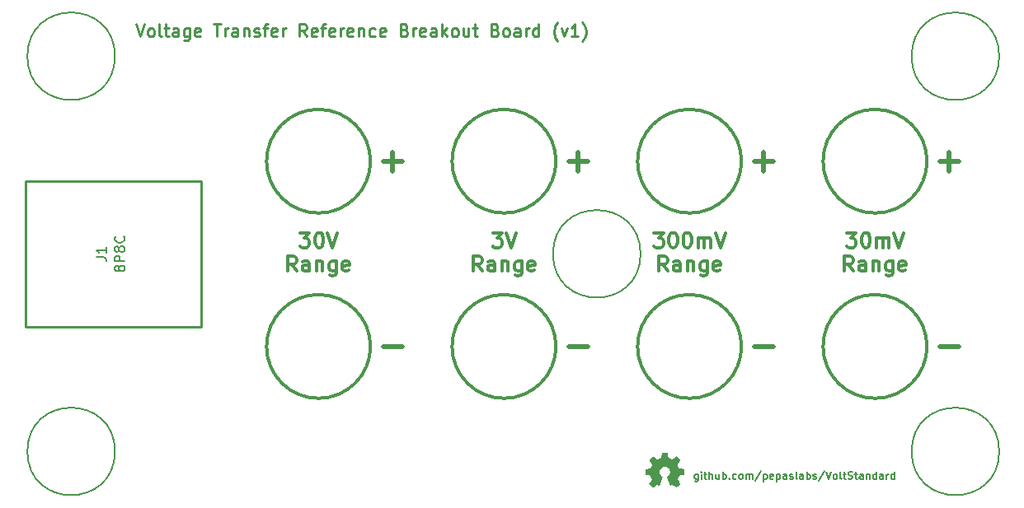
<source format=gto>
G04 (created by PCBNEW (2013-07-07 BZR 4022)-stable) date 6/30/2014 7:42:03 PM*
%MOIN*%
G04 Gerber Fmt 3.4, Leading zero omitted, Abs format*
%FSLAX34Y34*%
G01*
G70*
G90*
G04 APERTURE LIST*
%ADD10C,0.00590551*%
%ADD11C,0.01*%
%ADD12C,0.006*%
%ADD13C,0.02*%
%ADD14C,0.012*%
%ADD15C,0.0001*%
%ADD16C,0.008*%
G04 APERTURE END LIST*
G54D10*
G54D11*
X54869Y-42452D02*
X55035Y-42952D01*
X55202Y-42452D01*
X55440Y-42952D02*
X55392Y-42928D01*
X55369Y-42904D01*
X55345Y-42857D01*
X55345Y-42714D01*
X55369Y-42666D01*
X55392Y-42642D01*
X55440Y-42619D01*
X55511Y-42619D01*
X55559Y-42642D01*
X55583Y-42666D01*
X55607Y-42714D01*
X55607Y-42857D01*
X55583Y-42904D01*
X55559Y-42928D01*
X55511Y-42952D01*
X55440Y-42952D01*
X55892Y-42952D02*
X55845Y-42928D01*
X55821Y-42880D01*
X55821Y-42452D01*
X56011Y-42619D02*
X56202Y-42619D01*
X56083Y-42452D02*
X56083Y-42880D01*
X56107Y-42928D01*
X56154Y-42952D01*
X56202Y-42952D01*
X56583Y-42952D02*
X56583Y-42690D01*
X56559Y-42642D01*
X56511Y-42619D01*
X56416Y-42619D01*
X56369Y-42642D01*
X56583Y-42928D02*
X56535Y-42952D01*
X56416Y-42952D01*
X56369Y-42928D01*
X56345Y-42880D01*
X56345Y-42833D01*
X56369Y-42785D01*
X56416Y-42761D01*
X56535Y-42761D01*
X56583Y-42738D01*
X57035Y-42619D02*
X57035Y-43023D01*
X57011Y-43071D01*
X56988Y-43095D01*
X56940Y-43119D01*
X56869Y-43119D01*
X56821Y-43095D01*
X57035Y-42928D02*
X56988Y-42952D01*
X56892Y-42952D01*
X56845Y-42928D01*
X56821Y-42904D01*
X56797Y-42857D01*
X56797Y-42714D01*
X56821Y-42666D01*
X56845Y-42642D01*
X56892Y-42619D01*
X56988Y-42619D01*
X57035Y-42642D01*
X57464Y-42928D02*
X57416Y-42952D01*
X57321Y-42952D01*
X57273Y-42928D01*
X57250Y-42880D01*
X57250Y-42690D01*
X57273Y-42642D01*
X57321Y-42619D01*
X57416Y-42619D01*
X57464Y-42642D01*
X57488Y-42690D01*
X57488Y-42738D01*
X57250Y-42785D01*
X58011Y-42452D02*
X58297Y-42452D01*
X58154Y-42952D02*
X58154Y-42452D01*
X58464Y-42952D02*
X58464Y-42619D01*
X58464Y-42714D02*
X58488Y-42666D01*
X58511Y-42642D01*
X58559Y-42619D01*
X58607Y-42619D01*
X58988Y-42952D02*
X58988Y-42690D01*
X58964Y-42642D01*
X58916Y-42619D01*
X58821Y-42619D01*
X58773Y-42642D01*
X58988Y-42928D02*
X58940Y-42952D01*
X58821Y-42952D01*
X58773Y-42928D01*
X58750Y-42880D01*
X58750Y-42833D01*
X58773Y-42785D01*
X58821Y-42761D01*
X58940Y-42761D01*
X58988Y-42738D01*
X59226Y-42619D02*
X59226Y-42952D01*
X59226Y-42666D02*
X59250Y-42642D01*
X59297Y-42619D01*
X59369Y-42619D01*
X59416Y-42642D01*
X59440Y-42690D01*
X59440Y-42952D01*
X59654Y-42928D02*
X59702Y-42952D01*
X59797Y-42952D01*
X59845Y-42928D01*
X59869Y-42880D01*
X59869Y-42857D01*
X59845Y-42809D01*
X59797Y-42785D01*
X59726Y-42785D01*
X59678Y-42761D01*
X59654Y-42714D01*
X59654Y-42690D01*
X59678Y-42642D01*
X59726Y-42619D01*
X59797Y-42619D01*
X59845Y-42642D01*
X60011Y-42619D02*
X60202Y-42619D01*
X60083Y-42952D02*
X60083Y-42523D01*
X60107Y-42476D01*
X60154Y-42452D01*
X60202Y-42452D01*
X60559Y-42928D02*
X60511Y-42952D01*
X60416Y-42952D01*
X60369Y-42928D01*
X60345Y-42880D01*
X60345Y-42690D01*
X60369Y-42642D01*
X60416Y-42619D01*
X60511Y-42619D01*
X60559Y-42642D01*
X60583Y-42690D01*
X60583Y-42738D01*
X60345Y-42785D01*
X60797Y-42952D02*
X60797Y-42619D01*
X60797Y-42714D02*
X60821Y-42666D01*
X60845Y-42642D01*
X60892Y-42619D01*
X60940Y-42619D01*
X61773Y-42952D02*
X61607Y-42714D01*
X61488Y-42952D02*
X61488Y-42452D01*
X61678Y-42452D01*
X61726Y-42476D01*
X61750Y-42500D01*
X61773Y-42547D01*
X61773Y-42619D01*
X61750Y-42666D01*
X61726Y-42690D01*
X61678Y-42714D01*
X61488Y-42714D01*
X62178Y-42928D02*
X62130Y-42952D01*
X62035Y-42952D01*
X61988Y-42928D01*
X61964Y-42880D01*
X61964Y-42690D01*
X61988Y-42642D01*
X62035Y-42619D01*
X62130Y-42619D01*
X62178Y-42642D01*
X62202Y-42690D01*
X62202Y-42738D01*
X61964Y-42785D01*
X62345Y-42619D02*
X62535Y-42619D01*
X62416Y-42952D02*
X62416Y-42523D01*
X62440Y-42476D01*
X62488Y-42452D01*
X62535Y-42452D01*
X62892Y-42928D02*
X62845Y-42952D01*
X62749Y-42952D01*
X62702Y-42928D01*
X62678Y-42880D01*
X62678Y-42690D01*
X62702Y-42642D01*
X62749Y-42619D01*
X62845Y-42619D01*
X62892Y-42642D01*
X62916Y-42690D01*
X62916Y-42738D01*
X62678Y-42785D01*
X63130Y-42952D02*
X63130Y-42619D01*
X63130Y-42714D02*
X63154Y-42666D01*
X63178Y-42642D01*
X63226Y-42619D01*
X63273Y-42619D01*
X63630Y-42928D02*
X63583Y-42952D01*
X63488Y-42952D01*
X63440Y-42928D01*
X63416Y-42880D01*
X63416Y-42690D01*
X63440Y-42642D01*
X63488Y-42619D01*
X63583Y-42619D01*
X63630Y-42642D01*
X63654Y-42690D01*
X63654Y-42738D01*
X63416Y-42785D01*
X63869Y-42619D02*
X63869Y-42952D01*
X63869Y-42666D02*
X63892Y-42642D01*
X63940Y-42619D01*
X64011Y-42619D01*
X64059Y-42642D01*
X64083Y-42690D01*
X64083Y-42952D01*
X64535Y-42928D02*
X64488Y-42952D01*
X64392Y-42952D01*
X64345Y-42928D01*
X64321Y-42904D01*
X64297Y-42857D01*
X64297Y-42714D01*
X64321Y-42666D01*
X64345Y-42642D01*
X64392Y-42619D01*
X64488Y-42619D01*
X64535Y-42642D01*
X64940Y-42928D02*
X64892Y-42952D01*
X64797Y-42952D01*
X64749Y-42928D01*
X64726Y-42880D01*
X64726Y-42690D01*
X64749Y-42642D01*
X64797Y-42619D01*
X64892Y-42619D01*
X64940Y-42642D01*
X64964Y-42690D01*
X64964Y-42738D01*
X64726Y-42785D01*
X65726Y-42690D02*
X65797Y-42714D01*
X65821Y-42738D01*
X65845Y-42785D01*
X65845Y-42857D01*
X65821Y-42904D01*
X65797Y-42928D01*
X65749Y-42952D01*
X65559Y-42952D01*
X65559Y-42452D01*
X65726Y-42452D01*
X65773Y-42476D01*
X65797Y-42500D01*
X65821Y-42547D01*
X65821Y-42595D01*
X65797Y-42642D01*
X65773Y-42666D01*
X65726Y-42690D01*
X65559Y-42690D01*
X66059Y-42952D02*
X66059Y-42619D01*
X66059Y-42714D02*
X66083Y-42666D01*
X66107Y-42642D01*
X66154Y-42619D01*
X66202Y-42619D01*
X66559Y-42928D02*
X66511Y-42952D01*
X66416Y-42952D01*
X66369Y-42928D01*
X66345Y-42880D01*
X66345Y-42690D01*
X66369Y-42642D01*
X66416Y-42619D01*
X66511Y-42619D01*
X66559Y-42642D01*
X66583Y-42690D01*
X66583Y-42738D01*
X66345Y-42785D01*
X67011Y-42952D02*
X67011Y-42690D01*
X66988Y-42642D01*
X66940Y-42619D01*
X66845Y-42619D01*
X66797Y-42642D01*
X67011Y-42928D02*
X66964Y-42952D01*
X66845Y-42952D01*
X66797Y-42928D01*
X66773Y-42880D01*
X66773Y-42833D01*
X66797Y-42785D01*
X66845Y-42761D01*
X66964Y-42761D01*
X67011Y-42738D01*
X67249Y-42952D02*
X67249Y-42452D01*
X67297Y-42761D02*
X67440Y-42952D01*
X67440Y-42619D02*
X67249Y-42809D01*
X67726Y-42952D02*
X67678Y-42928D01*
X67654Y-42904D01*
X67630Y-42857D01*
X67630Y-42714D01*
X67654Y-42666D01*
X67678Y-42642D01*
X67726Y-42619D01*
X67797Y-42619D01*
X67845Y-42642D01*
X67869Y-42666D01*
X67892Y-42714D01*
X67892Y-42857D01*
X67869Y-42904D01*
X67845Y-42928D01*
X67797Y-42952D01*
X67726Y-42952D01*
X68321Y-42619D02*
X68321Y-42952D01*
X68107Y-42619D02*
X68107Y-42880D01*
X68130Y-42928D01*
X68178Y-42952D01*
X68249Y-42952D01*
X68297Y-42928D01*
X68321Y-42904D01*
X68488Y-42619D02*
X68678Y-42619D01*
X68559Y-42452D02*
X68559Y-42880D01*
X68583Y-42928D01*
X68630Y-42952D01*
X68678Y-42952D01*
X69392Y-42690D02*
X69464Y-42714D01*
X69488Y-42738D01*
X69511Y-42785D01*
X69511Y-42857D01*
X69488Y-42904D01*
X69464Y-42928D01*
X69416Y-42952D01*
X69226Y-42952D01*
X69226Y-42452D01*
X69392Y-42452D01*
X69440Y-42476D01*
X69464Y-42500D01*
X69488Y-42547D01*
X69488Y-42595D01*
X69464Y-42642D01*
X69440Y-42666D01*
X69392Y-42690D01*
X69226Y-42690D01*
X69797Y-42952D02*
X69749Y-42928D01*
X69726Y-42904D01*
X69702Y-42857D01*
X69702Y-42714D01*
X69726Y-42666D01*
X69749Y-42642D01*
X69797Y-42619D01*
X69869Y-42619D01*
X69916Y-42642D01*
X69940Y-42666D01*
X69964Y-42714D01*
X69964Y-42857D01*
X69940Y-42904D01*
X69916Y-42928D01*
X69869Y-42952D01*
X69797Y-42952D01*
X70392Y-42952D02*
X70392Y-42690D01*
X70369Y-42642D01*
X70321Y-42619D01*
X70226Y-42619D01*
X70178Y-42642D01*
X70392Y-42928D02*
X70345Y-42952D01*
X70226Y-42952D01*
X70178Y-42928D01*
X70154Y-42880D01*
X70154Y-42833D01*
X70178Y-42785D01*
X70226Y-42761D01*
X70345Y-42761D01*
X70392Y-42738D01*
X70630Y-42952D02*
X70630Y-42619D01*
X70630Y-42714D02*
X70654Y-42666D01*
X70678Y-42642D01*
X70726Y-42619D01*
X70773Y-42619D01*
X71154Y-42952D02*
X71154Y-42452D01*
X71154Y-42928D02*
X71107Y-42952D01*
X71011Y-42952D01*
X70964Y-42928D01*
X70940Y-42904D01*
X70916Y-42857D01*
X70916Y-42714D01*
X70940Y-42666D01*
X70964Y-42642D01*
X71011Y-42619D01*
X71107Y-42619D01*
X71154Y-42642D01*
X71916Y-43142D02*
X71892Y-43119D01*
X71845Y-43047D01*
X71821Y-43000D01*
X71797Y-42928D01*
X71773Y-42809D01*
X71773Y-42714D01*
X71797Y-42595D01*
X71821Y-42523D01*
X71845Y-42476D01*
X71892Y-42404D01*
X71916Y-42380D01*
X72059Y-42619D02*
X72178Y-42952D01*
X72297Y-42619D01*
X72749Y-42952D02*
X72464Y-42952D01*
X72607Y-42952D02*
X72607Y-42452D01*
X72559Y-42523D01*
X72511Y-42571D01*
X72464Y-42595D01*
X72916Y-43142D02*
X72940Y-43119D01*
X72988Y-43047D01*
X73011Y-43000D01*
X73035Y-42928D01*
X73059Y-42809D01*
X73059Y-42714D01*
X73035Y-42595D01*
X73011Y-42523D01*
X72988Y-42476D01*
X72940Y-42404D01*
X72916Y-42380D01*
G54D12*
X77592Y-60671D02*
X77592Y-60914D01*
X77578Y-60942D01*
X77564Y-60957D01*
X77535Y-60971D01*
X77492Y-60971D01*
X77464Y-60957D01*
X77592Y-60857D02*
X77564Y-60871D01*
X77507Y-60871D01*
X77478Y-60857D01*
X77464Y-60842D01*
X77449Y-60814D01*
X77449Y-60728D01*
X77464Y-60700D01*
X77478Y-60685D01*
X77507Y-60671D01*
X77564Y-60671D01*
X77592Y-60685D01*
X77735Y-60871D02*
X77735Y-60671D01*
X77735Y-60571D02*
X77721Y-60585D01*
X77735Y-60600D01*
X77749Y-60585D01*
X77735Y-60571D01*
X77735Y-60600D01*
X77835Y-60671D02*
X77949Y-60671D01*
X77878Y-60571D02*
X77878Y-60828D01*
X77892Y-60857D01*
X77921Y-60871D01*
X77949Y-60871D01*
X78049Y-60871D02*
X78049Y-60571D01*
X78178Y-60871D02*
X78178Y-60714D01*
X78164Y-60685D01*
X78135Y-60671D01*
X78092Y-60671D01*
X78064Y-60685D01*
X78049Y-60700D01*
X78449Y-60671D02*
X78449Y-60871D01*
X78321Y-60671D02*
X78321Y-60828D01*
X78335Y-60857D01*
X78364Y-60871D01*
X78407Y-60871D01*
X78435Y-60857D01*
X78449Y-60842D01*
X78592Y-60871D02*
X78592Y-60571D01*
X78592Y-60685D02*
X78621Y-60671D01*
X78678Y-60671D01*
X78707Y-60685D01*
X78721Y-60700D01*
X78735Y-60728D01*
X78735Y-60814D01*
X78721Y-60842D01*
X78707Y-60857D01*
X78678Y-60871D01*
X78621Y-60871D01*
X78592Y-60857D01*
X78864Y-60842D02*
X78878Y-60857D01*
X78864Y-60871D01*
X78849Y-60857D01*
X78864Y-60842D01*
X78864Y-60871D01*
X79135Y-60857D02*
X79107Y-60871D01*
X79049Y-60871D01*
X79021Y-60857D01*
X79007Y-60842D01*
X78992Y-60814D01*
X78992Y-60728D01*
X79007Y-60700D01*
X79021Y-60685D01*
X79049Y-60671D01*
X79107Y-60671D01*
X79135Y-60685D01*
X79307Y-60871D02*
X79278Y-60857D01*
X79264Y-60842D01*
X79249Y-60814D01*
X79249Y-60728D01*
X79264Y-60700D01*
X79278Y-60685D01*
X79307Y-60671D01*
X79349Y-60671D01*
X79378Y-60685D01*
X79392Y-60700D01*
X79407Y-60728D01*
X79407Y-60814D01*
X79392Y-60842D01*
X79378Y-60857D01*
X79349Y-60871D01*
X79307Y-60871D01*
X79535Y-60871D02*
X79535Y-60671D01*
X79535Y-60700D02*
X79549Y-60685D01*
X79578Y-60671D01*
X79621Y-60671D01*
X79649Y-60685D01*
X79664Y-60714D01*
X79664Y-60871D01*
X79664Y-60714D02*
X79678Y-60685D01*
X79707Y-60671D01*
X79749Y-60671D01*
X79778Y-60685D01*
X79792Y-60714D01*
X79792Y-60871D01*
X80149Y-60557D02*
X79892Y-60942D01*
X80249Y-60671D02*
X80249Y-60971D01*
X80249Y-60685D02*
X80278Y-60671D01*
X80335Y-60671D01*
X80364Y-60685D01*
X80378Y-60700D01*
X80392Y-60728D01*
X80392Y-60814D01*
X80378Y-60842D01*
X80364Y-60857D01*
X80335Y-60871D01*
X80278Y-60871D01*
X80249Y-60857D01*
X80635Y-60857D02*
X80607Y-60871D01*
X80549Y-60871D01*
X80521Y-60857D01*
X80507Y-60828D01*
X80507Y-60714D01*
X80521Y-60685D01*
X80549Y-60671D01*
X80607Y-60671D01*
X80635Y-60685D01*
X80649Y-60714D01*
X80649Y-60742D01*
X80507Y-60771D01*
X80778Y-60671D02*
X80778Y-60971D01*
X80778Y-60685D02*
X80807Y-60671D01*
X80864Y-60671D01*
X80892Y-60685D01*
X80907Y-60700D01*
X80921Y-60728D01*
X80921Y-60814D01*
X80907Y-60842D01*
X80892Y-60857D01*
X80864Y-60871D01*
X80807Y-60871D01*
X80778Y-60857D01*
X81178Y-60871D02*
X81178Y-60714D01*
X81164Y-60685D01*
X81135Y-60671D01*
X81078Y-60671D01*
X81050Y-60685D01*
X81178Y-60857D02*
X81150Y-60871D01*
X81078Y-60871D01*
X81050Y-60857D01*
X81035Y-60828D01*
X81035Y-60800D01*
X81050Y-60771D01*
X81078Y-60757D01*
X81150Y-60757D01*
X81178Y-60742D01*
X81307Y-60857D02*
X81335Y-60871D01*
X81392Y-60871D01*
X81421Y-60857D01*
X81435Y-60828D01*
X81435Y-60814D01*
X81421Y-60785D01*
X81392Y-60771D01*
X81350Y-60771D01*
X81321Y-60757D01*
X81307Y-60728D01*
X81307Y-60714D01*
X81321Y-60685D01*
X81350Y-60671D01*
X81392Y-60671D01*
X81421Y-60685D01*
X81607Y-60871D02*
X81578Y-60857D01*
X81564Y-60828D01*
X81564Y-60571D01*
X81850Y-60871D02*
X81850Y-60714D01*
X81835Y-60685D01*
X81807Y-60671D01*
X81750Y-60671D01*
X81721Y-60685D01*
X81850Y-60857D02*
X81821Y-60871D01*
X81750Y-60871D01*
X81721Y-60857D01*
X81707Y-60828D01*
X81707Y-60800D01*
X81721Y-60771D01*
X81750Y-60757D01*
X81821Y-60757D01*
X81850Y-60742D01*
X81992Y-60871D02*
X81992Y-60571D01*
X81992Y-60685D02*
X82021Y-60671D01*
X82078Y-60671D01*
X82107Y-60685D01*
X82121Y-60700D01*
X82135Y-60728D01*
X82135Y-60814D01*
X82121Y-60842D01*
X82107Y-60857D01*
X82078Y-60871D01*
X82021Y-60871D01*
X81992Y-60857D01*
X82250Y-60857D02*
X82278Y-60871D01*
X82335Y-60871D01*
X82364Y-60857D01*
X82378Y-60828D01*
X82378Y-60814D01*
X82364Y-60785D01*
X82335Y-60771D01*
X82292Y-60771D01*
X82264Y-60757D01*
X82250Y-60728D01*
X82250Y-60714D01*
X82264Y-60685D01*
X82292Y-60671D01*
X82335Y-60671D01*
X82364Y-60685D01*
X82721Y-60557D02*
X82464Y-60942D01*
X82778Y-60571D02*
X82878Y-60871D01*
X82978Y-60571D01*
X83121Y-60871D02*
X83092Y-60857D01*
X83078Y-60842D01*
X83064Y-60814D01*
X83064Y-60728D01*
X83078Y-60700D01*
X83092Y-60685D01*
X83121Y-60671D01*
X83164Y-60671D01*
X83192Y-60685D01*
X83207Y-60700D01*
X83221Y-60728D01*
X83221Y-60814D01*
X83207Y-60842D01*
X83192Y-60857D01*
X83164Y-60871D01*
X83121Y-60871D01*
X83392Y-60871D02*
X83364Y-60857D01*
X83350Y-60828D01*
X83350Y-60571D01*
X83464Y-60671D02*
X83578Y-60671D01*
X83507Y-60571D02*
X83507Y-60828D01*
X83521Y-60857D01*
X83550Y-60871D01*
X83578Y-60871D01*
X83664Y-60857D02*
X83707Y-60871D01*
X83778Y-60871D01*
X83807Y-60857D01*
X83821Y-60842D01*
X83835Y-60814D01*
X83835Y-60785D01*
X83821Y-60757D01*
X83807Y-60742D01*
X83778Y-60728D01*
X83721Y-60714D01*
X83692Y-60700D01*
X83678Y-60685D01*
X83664Y-60657D01*
X83664Y-60628D01*
X83678Y-60600D01*
X83692Y-60585D01*
X83721Y-60571D01*
X83792Y-60571D01*
X83835Y-60585D01*
X83921Y-60671D02*
X84035Y-60671D01*
X83964Y-60571D02*
X83964Y-60828D01*
X83978Y-60857D01*
X84007Y-60871D01*
X84035Y-60871D01*
X84264Y-60871D02*
X84264Y-60714D01*
X84250Y-60685D01*
X84221Y-60671D01*
X84164Y-60671D01*
X84135Y-60685D01*
X84264Y-60857D02*
X84235Y-60871D01*
X84164Y-60871D01*
X84135Y-60857D01*
X84121Y-60828D01*
X84121Y-60800D01*
X84135Y-60771D01*
X84164Y-60757D01*
X84235Y-60757D01*
X84264Y-60742D01*
X84407Y-60671D02*
X84407Y-60871D01*
X84407Y-60700D02*
X84421Y-60685D01*
X84450Y-60671D01*
X84492Y-60671D01*
X84521Y-60685D01*
X84535Y-60714D01*
X84535Y-60871D01*
X84807Y-60871D02*
X84807Y-60571D01*
X84807Y-60857D02*
X84778Y-60871D01*
X84721Y-60871D01*
X84692Y-60857D01*
X84678Y-60842D01*
X84664Y-60814D01*
X84664Y-60728D01*
X84678Y-60700D01*
X84692Y-60685D01*
X84721Y-60671D01*
X84778Y-60671D01*
X84807Y-60685D01*
X85078Y-60871D02*
X85078Y-60714D01*
X85064Y-60685D01*
X85035Y-60671D01*
X84978Y-60671D01*
X84950Y-60685D01*
X85078Y-60857D02*
X85050Y-60871D01*
X84978Y-60871D01*
X84950Y-60857D01*
X84935Y-60828D01*
X84935Y-60800D01*
X84950Y-60771D01*
X84978Y-60757D01*
X85050Y-60757D01*
X85078Y-60742D01*
X85221Y-60871D02*
X85221Y-60671D01*
X85221Y-60728D02*
X85235Y-60700D01*
X85250Y-60685D01*
X85278Y-60671D01*
X85307Y-60671D01*
X85535Y-60871D02*
X85535Y-60571D01*
X85535Y-60857D02*
X85507Y-60871D01*
X85450Y-60871D01*
X85421Y-60857D01*
X85407Y-60842D01*
X85392Y-60814D01*
X85392Y-60728D01*
X85407Y-60700D01*
X85421Y-60685D01*
X85450Y-60671D01*
X85507Y-60671D01*
X85535Y-60685D01*
G54D13*
X87369Y-55523D02*
X88130Y-55523D01*
X79869Y-55523D02*
X80630Y-55523D01*
X72369Y-55523D02*
X73130Y-55523D01*
X64869Y-55523D02*
X65630Y-55523D01*
X87369Y-48023D02*
X88130Y-48023D01*
X87750Y-48404D02*
X87750Y-47642D01*
X79869Y-48023D02*
X80630Y-48023D01*
X80250Y-48404D02*
X80250Y-47642D01*
X72369Y-48023D02*
X73130Y-48023D01*
X72750Y-48404D02*
X72750Y-47642D01*
X64869Y-48023D02*
X65630Y-48023D01*
X65250Y-48404D02*
X65250Y-47642D01*
G54D14*
X83607Y-50892D02*
X83978Y-50892D01*
X83778Y-51121D01*
X83864Y-51121D01*
X83921Y-51150D01*
X83949Y-51178D01*
X83978Y-51235D01*
X83978Y-51378D01*
X83949Y-51435D01*
X83921Y-51464D01*
X83864Y-51492D01*
X83692Y-51492D01*
X83635Y-51464D01*
X83607Y-51435D01*
X84350Y-50892D02*
X84407Y-50892D01*
X84464Y-50921D01*
X84492Y-50950D01*
X84521Y-51007D01*
X84550Y-51121D01*
X84550Y-51264D01*
X84521Y-51378D01*
X84492Y-51435D01*
X84464Y-51464D01*
X84407Y-51492D01*
X84350Y-51492D01*
X84292Y-51464D01*
X84264Y-51435D01*
X84235Y-51378D01*
X84207Y-51264D01*
X84207Y-51121D01*
X84235Y-51007D01*
X84264Y-50950D01*
X84292Y-50921D01*
X84350Y-50892D01*
X84807Y-51492D02*
X84807Y-51092D01*
X84807Y-51150D02*
X84835Y-51121D01*
X84892Y-51092D01*
X84978Y-51092D01*
X85035Y-51121D01*
X85064Y-51178D01*
X85064Y-51492D01*
X85064Y-51178D02*
X85092Y-51121D01*
X85150Y-51092D01*
X85235Y-51092D01*
X85292Y-51121D01*
X85321Y-51178D01*
X85321Y-51492D01*
X85521Y-50892D02*
X85721Y-51492D01*
X85921Y-50892D01*
X83864Y-52452D02*
X83664Y-52167D01*
X83521Y-52452D02*
X83521Y-51852D01*
X83750Y-51852D01*
X83807Y-51881D01*
X83835Y-51910D01*
X83864Y-51967D01*
X83864Y-52052D01*
X83835Y-52110D01*
X83807Y-52138D01*
X83750Y-52167D01*
X83521Y-52167D01*
X84378Y-52452D02*
X84378Y-52138D01*
X84350Y-52081D01*
X84292Y-52052D01*
X84178Y-52052D01*
X84121Y-52081D01*
X84378Y-52424D02*
X84321Y-52452D01*
X84178Y-52452D01*
X84121Y-52424D01*
X84092Y-52367D01*
X84092Y-52310D01*
X84121Y-52252D01*
X84178Y-52224D01*
X84321Y-52224D01*
X84378Y-52195D01*
X84664Y-52052D02*
X84664Y-52452D01*
X84664Y-52110D02*
X84692Y-52081D01*
X84750Y-52052D01*
X84835Y-52052D01*
X84892Y-52081D01*
X84921Y-52138D01*
X84921Y-52452D01*
X85464Y-52052D02*
X85464Y-52538D01*
X85435Y-52595D01*
X85407Y-52624D01*
X85350Y-52652D01*
X85264Y-52652D01*
X85207Y-52624D01*
X85464Y-52424D02*
X85407Y-52452D01*
X85292Y-52452D01*
X85235Y-52424D01*
X85207Y-52395D01*
X85178Y-52338D01*
X85178Y-52167D01*
X85207Y-52110D01*
X85235Y-52081D01*
X85292Y-52052D01*
X85407Y-52052D01*
X85464Y-52081D01*
X85978Y-52424D02*
X85921Y-52452D01*
X85807Y-52452D01*
X85750Y-52424D01*
X85721Y-52367D01*
X85721Y-52138D01*
X85750Y-52081D01*
X85807Y-52052D01*
X85921Y-52052D01*
X85978Y-52081D01*
X86007Y-52138D01*
X86007Y-52195D01*
X85721Y-52252D01*
X75821Y-50892D02*
X76192Y-50892D01*
X75992Y-51121D01*
X76078Y-51121D01*
X76135Y-51150D01*
X76164Y-51178D01*
X76192Y-51235D01*
X76192Y-51378D01*
X76164Y-51435D01*
X76135Y-51464D01*
X76078Y-51492D01*
X75907Y-51492D01*
X75850Y-51464D01*
X75821Y-51435D01*
X76564Y-50892D02*
X76621Y-50892D01*
X76678Y-50921D01*
X76707Y-50950D01*
X76735Y-51007D01*
X76764Y-51121D01*
X76764Y-51264D01*
X76735Y-51378D01*
X76707Y-51435D01*
X76678Y-51464D01*
X76621Y-51492D01*
X76564Y-51492D01*
X76507Y-51464D01*
X76478Y-51435D01*
X76450Y-51378D01*
X76421Y-51264D01*
X76421Y-51121D01*
X76450Y-51007D01*
X76478Y-50950D01*
X76507Y-50921D01*
X76564Y-50892D01*
X77135Y-50892D02*
X77192Y-50892D01*
X77250Y-50921D01*
X77278Y-50950D01*
X77307Y-51007D01*
X77335Y-51121D01*
X77335Y-51264D01*
X77307Y-51378D01*
X77278Y-51435D01*
X77250Y-51464D01*
X77192Y-51492D01*
X77135Y-51492D01*
X77078Y-51464D01*
X77050Y-51435D01*
X77021Y-51378D01*
X76992Y-51264D01*
X76992Y-51121D01*
X77021Y-51007D01*
X77050Y-50950D01*
X77078Y-50921D01*
X77135Y-50892D01*
X77592Y-51492D02*
X77592Y-51092D01*
X77592Y-51150D02*
X77621Y-51121D01*
X77678Y-51092D01*
X77764Y-51092D01*
X77821Y-51121D01*
X77850Y-51178D01*
X77850Y-51492D01*
X77850Y-51178D02*
X77878Y-51121D01*
X77935Y-51092D01*
X78021Y-51092D01*
X78078Y-51121D01*
X78107Y-51178D01*
X78107Y-51492D01*
X78307Y-50892D02*
X78507Y-51492D01*
X78707Y-50892D01*
X76364Y-52452D02*
X76164Y-52167D01*
X76021Y-52452D02*
X76021Y-51852D01*
X76250Y-51852D01*
X76307Y-51881D01*
X76335Y-51910D01*
X76364Y-51967D01*
X76364Y-52052D01*
X76335Y-52110D01*
X76307Y-52138D01*
X76250Y-52167D01*
X76021Y-52167D01*
X76878Y-52452D02*
X76878Y-52138D01*
X76850Y-52081D01*
X76792Y-52052D01*
X76678Y-52052D01*
X76621Y-52081D01*
X76878Y-52424D02*
X76821Y-52452D01*
X76678Y-52452D01*
X76621Y-52424D01*
X76592Y-52367D01*
X76592Y-52310D01*
X76621Y-52252D01*
X76678Y-52224D01*
X76821Y-52224D01*
X76878Y-52195D01*
X77164Y-52052D02*
X77164Y-52452D01*
X77164Y-52110D02*
X77192Y-52081D01*
X77250Y-52052D01*
X77335Y-52052D01*
X77392Y-52081D01*
X77421Y-52138D01*
X77421Y-52452D01*
X77964Y-52052D02*
X77964Y-52538D01*
X77935Y-52595D01*
X77907Y-52624D01*
X77850Y-52652D01*
X77764Y-52652D01*
X77707Y-52624D01*
X77964Y-52424D02*
X77907Y-52452D01*
X77792Y-52452D01*
X77735Y-52424D01*
X77707Y-52395D01*
X77678Y-52338D01*
X77678Y-52167D01*
X77707Y-52110D01*
X77735Y-52081D01*
X77792Y-52052D01*
X77907Y-52052D01*
X77964Y-52081D01*
X78478Y-52424D02*
X78421Y-52452D01*
X78307Y-52452D01*
X78250Y-52424D01*
X78221Y-52367D01*
X78221Y-52138D01*
X78250Y-52081D01*
X78307Y-52052D01*
X78421Y-52052D01*
X78478Y-52081D01*
X78507Y-52138D01*
X78507Y-52195D01*
X78221Y-52252D01*
X69292Y-50892D02*
X69664Y-50892D01*
X69464Y-51121D01*
X69550Y-51121D01*
X69607Y-51150D01*
X69635Y-51178D01*
X69664Y-51235D01*
X69664Y-51378D01*
X69635Y-51435D01*
X69607Y-51464D01*
X69550Y-51492D01*
X69378Y-51492D01*
X69321Y-51464D01*
X69292Y-51435D01*
X69835Y-50892D02*
X70035Y-51492D01*
X70235Y-50892D01*
X68864Y-52452D02*
X68664Y-52167D01*
X68521Y-52452D02*
X68521Y-51852D01*
X68750Y-51852D01*
X68807Y-51881D01*
X68835Y-51910D01*
X68864Y-51967D01*
X68864Y-52052D01*
X68835Y-52110D01*
X68807Y-52138D01*
X68750Y-52167D01*
X68521Y-52167D01*
X69378Y-52452D02*
X69378Y-52138D01*
X69350Y-52081D01*
X69292Y-52052D01*
X69178Y-52052D01*
X69121Y-52081D01*
X69378Y-52424D02*
X69321Y-52452D01*
X69178Y-52452D01*
X69121Y-52424D01*
X69092Y-52367D01*
X69092Y-52310D01*
X69121Y-52252D01*
X69178Y-52224D01*
X69321Y-52224D01*
X69378Y-52195D01*
X69664Y-52052D02*
X69664Y-52452D01*
X69664Y-52110D02*
X69692Y-52081D01*
X69750Y-52052D01*
X69835Y-52052D01*
X69892Y-52081D01*
X69921Y-52138D01*
X69921Y-52452D01*
X70464Y-52052D02*
X70464Y-52538D01*
X70435Y-52595D01*
X70407Y-52624D01*
X70350Y-52652D01*
X70264Y-52652D01*
X70207Y-52624D01*
X70464Y-52424D02*
X70407Y-52452D01*
X70292Y-52452D01*
X70235Y-52424D01*
X70207Y-52395D01*
X70178Y-52338D01*
X70178Y-52167D01*
X70207Y-52110D01*
X70235Y-52081D01*
X70292Y-52052D01*
X70407Y-52052D01*
X70464Y-52081D01*
X70978Y-52424D02*
X70921Y-52452D01*
X70807Y-52452D01*
X70750Y-52424D01*
X70721Y-52367D01*
X70721Y-52138D01*
X70750Y-52081D01*
X70807Y-52052D01*
X70921Y-52052D01*
X70978Y-52081D01*
X71007Y-52138D01*
X71007Y-52195D01*
X70721Y-52252D01*
X61507Y-50892D02*
X61878Y-50892D01*
X61678Y-51121D01*
X61764Y-51121D01*
X61821Y-51150D01*
X61849Y-51178D01*
X61878Y-51235D01*
X61878Y-51378D01*
X61849Y-51435D01*
X61821Y-51464D01*
X61764Y-51492D01*
X61592Y-51492D01*
X61535Y-51464D01*
X61507Y-51435D01*
X62250Y-50892D02*
X62307Y-50892D01*
X62364Y-50921D01*
X62392Y-50950D01*
X62421Y-51007D01*
X62450Y-51121D01*
X62450Y-51264D01*
X62421Y-51378D01*
X62392Y-51435D01*
X62364Y-51464D01*
X62307Y-51492D01*
X62250Y-51492D01*
X62192Y-51464D01*
X62164Y-51435D01*
X62135Y-51378D01*
X62107Y-51264D01*
X62107Y-51121D01*
X62135Y-51007D01*
X62164Y-50950D01*
X62192Y-50921D01*
X62250Y-50892D01*
X62621Y-50892D02*
X62821Y-51492D01*
X63021Y-50892D01*
X61364Y-52452D02*
X61164Y-52167D01*
X61021Y-52452D02*
X61021Y-51852D01*
X61250Y-51852D01*
X61307Y-51881D01*
X61335Y-51910D01*
X61364Y-51967D01*
X61364Y-52052D01*
X61335Y-52110D01*
X61307Y-52138D01*
X61250Y-52167D01*
X61021Y-52167D01*
X61878Y-52452D02*
X61878Y-52138D01*
X61850Y-52081D01*
X61792Y-52052D01*
X61678Y-52052D01*
X61621Y-52081D01*
X61878Y-52424D02*
X61821Y-52452D01*
X61678Y-52452D01*
X61621Y-52424D01*
X61592Y-52367D01*
X61592Y-52310D01*
X61621Y-52252D01*
X61678Y-52224D01*
X61821Y-52224D01*
X61878Y-52195D01*
X62164Y-52052D02*
X62164Y-52452D01*
X62164Y-52110D02*
X62192Y-52081D01*
X62250Y-52052D01*
X62335Y-52052D01*
X62392Y-52081D01*
X62421Y-52138D01*
X62421Y-52452D01*
X62964Y-52052D02*
X62964Y-52538D01*
X62935Y-52595D01*
X62907Y-52624D01*
X62850Y-52652D01*
X62764Y-52652D01*
X62707Y-52624D01*
X62964Y-52424D02*
X62907Y-52452D01*
X62792Y-52452D01*
X62735Y-52424D01*
X62707Y-52395D01*
X62678Y-52338D01*
X62678Y-52167D01*
X62707Y-52110D01*
X62735Y-52081D01*
X62792Y-52052D01*
X62907Y-52052D01*
X62964Y-52081D01*
X63478Y-52424D02*
X63421Y-52452D01*
X63307Y-52452D01*
X63250Y-52424D01*
X63221Y-52367D01*
X63221Y-52138D01*
X63250Y-52081D01*
X63307Y-52052D01*
X63421Y-52052D01*
X63478Y-52081D01*
X63507Y-52138D01*
X63507Y-52195D01*
X63221Y-52252D01*
G54D10*
X54021Y-43750D02*
G75*
G03X54021Y-43750I-1771J0D01*
G74*
G01*
X54021Y-59750D02*
G75*
G03X54021Y-59750I-1771J0D01*
G74*
G01*
X89771Y-43750D02*
G75*
G03X89771Y-43750I-1771J0D01*
G74*
G01*
X89771Y-59750D02*
G75*
G03X89771Y-59750I-1771J0D01*
G74*
G01*
G54D14*
X64350Y-48000D02*
G75*
G03X64350Y-48000I-2100J0D01*
G74*
G01*
X64350Y-55500D02*
G75*
G03X64350Y-55500I-2100J0D01*
G74*
G01*
X71850Y-48000D02*
G75*
G03X71850Y-48000I-2100J0D01*
G74*
G01*
X71850Y-55500D02*
G75*
G03X71850Y-55500I-2100J0D01*
G74*
G01*
X79350Y-48000D02*
G75*
G03X79350Y-48000I-2100J0D01*
G74*
G01*
X79350Y-55500D02*
G75*
G03X79350Y-55500I-2100J0D01*
G74*
G01*
X86850Y-48000D02*
G75*
G03X86850Y-48000I-2100J0D01*
G74*
G01*
X86850Y-55500D02*
G75*
G03X86850Y-55500I-2100J0D01*
G74*
G01*
G54D11*
X57496Y-48797D02*
X50409Y-48797D01*
X57496Y-54702D02*
X50409Y-54702D01*
X57496Y-48797D02*
X57496Y-54702D01*
X50409Y-48797D02*
X50409Y-54702D01*
G54D15*
G36*
X75773Y-61207D02*
X75781Y-61203D01*
X75800Y-61191D01*
X75826Y-61174D01*
X75857Y-61153D01*
X75888Y-61132D01*
X75914Y-61115D01*
X75932Y-61103D01*
X75939Y-61099D01*
X75943Y-61100D01*
X75958Y-61108D01*
X75980Y-61119D01*
X75992Y-61125D01*
X76012Y-61134D01*
X76022Y-61136D01*
X76023Y-61133D01*
X76031Y-61118D01*
X76042Y-61092D01*
X76057Y-61058D01*
X76074Y-61018D01*
X76092Y-60975D01*
X76110Y-60931D01*
X76128Y-60889D01*
X76143Y-60851D01*
X76156Y-60821D01*
X76164Y-60799D01*
X76167Y-60790D01*
X76166Y-60788D01*
X76156Y-60779D01*
X76139Y-60766D01*
X76101Y-60735D01*
X76065Y-60689D01*
X76042Y-60637D01*
X76035Y-60579D01*
X76041Y-60526D01*
X76062Y-60475D01*
X76098Y-60428D01*
X76142Y-60394D01*
X76193Y-60372D01*
X76250Y-60365D01*
X76305Y-60371D01*
X76357Y-60392D01*
X76404Y-60427D01*
X76423Y-60450D01*
X76450Y-60497D01*
X76466Y-60547D01*
X76467Y-60559D01*
X76465Y-60615D01*
X76449Y-60668D01*
X76420Y-60715D01*
X76379Y-60754D01*
X76374Y-60758D01*
X76355Y-60772D01*
X76343Y-60781D01*
X76333Y-60789D01*
X76403Y-60959D01*
X76414Y-60986D01*
X76434Y-61032D01*
X76451Y-61072D01*
X76464Y-61104D01*
X76474Y-61125D01*
X76478Y-61134D01*
X76478Y-61134D01*
X76484Y-61135D01*
X76497Y-61130D01*
X76521Y-61119D01*
X76537Y-61111D01*
X76555Y-61102D01*
X76563Y-61099D01*
X76570Y-61103D01*
X76587Y-61114D01*
X76612Y-61131D01*
X76642Y-61151D01*
X76671Y-61171D01*
X76698Y-61189D01*
X76717Y-61201D01*
X76727Y-61206D01*
X76728Y-61206D01*
X76736Y-61201D01*
X76752Y-61189D01*
X76775Y-61167D01*
X76807Y-61135D01*
X76812Y-61130D01*
X76839Y-61102D01*
X76861Y-61079D01*
X76876Y-61063D01*
X76881Y-61056D01*
X76881Y-61056D01*
X76876Y-61046D01*
X76864Y-61027D01*
X76846Y-61000D01*
X76825Y-60969D01*
X76769Y-60887D01*
X76800Y-60810D01*
X76809Y-60787D01*
X76821Y-60758D01*
X76830Y-60738D01*
X76835Y-60729D01*
X76843Y-60726D01*
X76864Y-60721D01*
X76895Y-60714D01*
X76931Y-60708D01*
X76966Y-60701D01*
X76997Y-60695D01*
X77020Y-60691D01*
X77030Y-60689D01*
X77032Y-60687D01*
X77034Y-60682D01*
X77036Y-60672D01*
X77036Y-60653D01*
X77037Y-60623D01*
X77037Y-60579D01*
X77037Y-60575D01*
X77036Y-60533D01*
X77036Y-60500D01*
X77035Y-60479D01*
X77033Y-60471D01*
X77033Y-60471D01*
X77023Y-60468D01*
X77001Y-60464D01*
X76970Y-60457D01*
X76932Y-60450D01*
X76930Y-60450D01*
X76893Y-60443D01*
X76862Y-60436D01*
X76840Y-60431D01*
X76831Y-60428D01*
X76829Y-60426D01*
X76821Y-60411D01*
X76810Y-60388D01*
X76798Y-60360D01*
X76786Y-60331D01*
X76775Y-60304D01*
X76768Y-60285D01*
X76766Y-60276D01*
X76766Y-60276D01*
X76772Y-60267D01*
X76785Y-60247D01*
X76803Y-60221D01*
X76825Y-60189D01*
X76826Y-60186D01*
X76848Y-60155D01*
X76865Y-60128D01*
X76877Y-60109D01*
X76881Y-60101D01*
X76881Y-60100D01*
X76874Y-60091D01*
X76858Y-60073D01*
X76835Y-60049D01*
X76807Y-60021D01*
X76798Y-60013D01*
X76768Y-59983D01*
X76747Y-59963D01*
X76733Y-59953D01*
X76727Y-59950D01*
X76727Y-59951D01*
X76717Y-59956D01*
X76697Y-59969D01*
X76670Y-59988D01*
X76638Y-60009D01*
X76636Y-60011D01*
X76605Y-60032D01*
X76579Y-60050D01*
X76560Y-60062D01*
X76552Y-60067D01*
X76550Y-60067D01*
X76538Y-60063D01*
X76515Y-60056D01*
X76488Y-60045D01*
X76459Y-60033D01*
X76432Y-60022D01*
X76412Y-60013D01*
X76403Y-60008D01*
X76403Y-60007D01*
X76399Y-59996D01*
X76394Y-59972D01*
X76387Y-59940D01*
X76380Y-59901D01*
X76379Y-59895D01*
X76372Y-59858D01*
X76366Y-59827D01*
X76361Y-59805D01*
X76359Y-59796D01*
X76354Y-59795D01*
X76335Y-59794D01*
X76307Y-59793D01*
X76273Y-59793D01*
X76238Y-59793D01*
X76204Y-59794D01*
X76174Y-59795D01*
X76153Y-59796D01*
X76144Y-59798D01*
X76143Y-59799D01*
X76140Y-59810D01*
X76135Y-59834D01*
X76128Y-59866D01*
X76121Y-59905D01*
X76120Y-59912D01*
X76113Y-59949D01*
X76106Y-59980D01*
X76102Y-60001D01*
X76099Y-60009D01*
X76096Y-60011D01*
X76081Y-60018D01*
X76056Y-60028D01*
X76024Y-60041D01*
X75952Y-60070D01*
X75864Y-60009D01*
X75856Y-60004D01*
X75824Y-59982D01*
X75798Y-59965D01*
X75780Y-59953D01*
X75772Y-59949D01*
X75772Y-59949D01*
X75763Y-59957D01*
X75745Y-59973D01*
X75721Y-59997D01*
X75694Y-60024D01*
X75673Y-60045D01*
X75649Y-60070D01*
X75633Y-60086D01*
X75625Y-60097D01*
X75622Y-60104D01*
X75623Y-60108D01*
X75628Y-60117D01*
X75641Y-60136D01*
X75659Y-60163D01*
X75681Y-60194D01*
X75699Y-60221D01*
X75718Y-60250D01*
X75730Y-60271D01*
X75735Y-60282D01*
X75734Y-60286D01*
X75727Y-60303D01*
X75717Y-60330D01*
X75704Y-60361D01*
X75673Y-60431D01*
X75627Y-60439D01*
X75599Y-60445D01*
X75560Y-60452D01*
X75523Y-60459D01*
X75465Y-60471D01*
X75463Y-60683D01*
X75472Y-60687D01*
X75481Y-60690D01*
X75502Y-60694D01*
X75533Y-60700D01*
X75569Y-60707D01*
X75600Y-60713D01*
X75631Y-60719D01*
X75653Y-60723D01*
X75663Y-60725D01*
X75666Y-60729D01*
X75674Y-60744D01*
X75685Y-60768D01*
X75697Y-60797D01*
X75709Y-60826D01*
X75720Y-60854D01*
X75728Y-60875D01*
X75731Y-60886D01*
X75727Y-60894D01*
X75715Y-60912D01*
X75698Y-60938D01*
X75677Y-60969D01*
X75655Y-61000D01*
X75638Y-61027D01*
X75625Y-61046D01*
X75620Y-61054D01*
X75623Y-61060D01*
X75635Y-61075D01*
X75658Y-61099D01*
X75693Y-61134D01*
X75699Y-61139D01*
X75726Y-61166D01*
X75750Y-61187D01*
X75766Y-61202D01*
X75773Y-61207D01*
X75773Y-61207D01*
G37*
G54D10*
X75271Y-51750D02*
G75*
G03X75271Y-51750I-1771J0D01*
G74*
G01*
G54D16*
X53261Y-51883D02*
X53547Y-51883D01*
X53604Y-51902D01*
X53642Y-51940D01*
X53661Y-51997D01*
X53661Y-52035D01*
X53661Y-51483D02*
X53661Y-51711D01*
X53661Y-51597D02*
X53261Y-51597D01*
X53319Y-51635D01*
X53357Y-51673D01*
X53376Y-51711D01*
X54183Y-52378D02*
X54164Y-52416D01*
X54145Y-52435D01*
X54107Y-52454D01*
X54088Y-52454D01*
X54050Y-52435D01*
X54030Y-52416D01*
X54011Y-52378D01*
X54011Y-52302D01*
X54030Y-52264D01*
X54050Y-52245D01*
X54088Y-52226D01*
X54107Y-52226D01*
X54145Y-52245D01*
X54164Y-52264D01*
X54183Y-52302D01*
X54183Y-52378D01*
X54202Y-52416D01*
X54221Y-52435D01*
X54259Y-52454D01*
X54335Y-52454D01*
X54373Y-52435D01*
X54392Y-52416D01*
X54411Y-52378D01*
X54411Y-52302D01*
X54392Y-52264D01*
X54373Y-52245D01*
X54335Y-52226D01*
X54259Y-52226D01*
X54221Y-52245D01*
X54202Y-52264D01*
X54183Y-52302D01*
X54411Y-52054D02*
X54011Y-52054D01*
X54011Y-51902D01*
X54030Y-51864D01*
X54050Y-51845D01*
X54088Y-51826D01*
X54145Y-51826D01*
X54183Y-51845D01*
X54202Y-51864D01*
X54221Y-51902D01*
X54221Y-52054D01*
X54183Y-51597D02*
X54164Y-51635D01*
X54145Y-51654D01*
X54107Y-51673D01*
X54088Y-51673D01*
X54050Y-51654D01*
X54030Y-51635D01*
X54011Y-51597D01*
X54011Y-51521D01*
X54030Y-51483D01*
X54050Y-51464D01*
X54088Y-51445D01*
X54107Y-51445D01*
X54145Y-51464D01*
X54164Y-51483D01*
X54183Y-51521D01*
X54183Y-51597D01*
X54202Y-51635D01*
X54221Y-51654D01*
X54259Y-51673D01*
X54335Y-51673D01*
X54373Y-51654D01*
X54392Y-51635D01*
X54411Y-51597D01*
X54411Y-51521D01*
X54392Y-51483D01*
X54373Y-51464D01*
X54335Y-51445D01*
X54259Y-51445D01*
X54221Y-51464D01*
X54202Y-51483D01*
X54183Y-51521D01*
X54373Y-51045D02*
X54392Y-51064D01*
X54411Y-51121D01*
X54411Y-51159D01*
X54392Y-51216D01*
X54354Y-51254D01*
X54316Y-51273D01*
X54240Y-51292D01*
X54183Y-51292D01*
X54107Y-51273D01*
X54069Y-51254D01*
X54030Y-51216D01*
X54011Y-51159D01*
X54011Y-51121D01*
X54030Y-51064D01*
X54050Y-51045D01*
M02*

</source>
